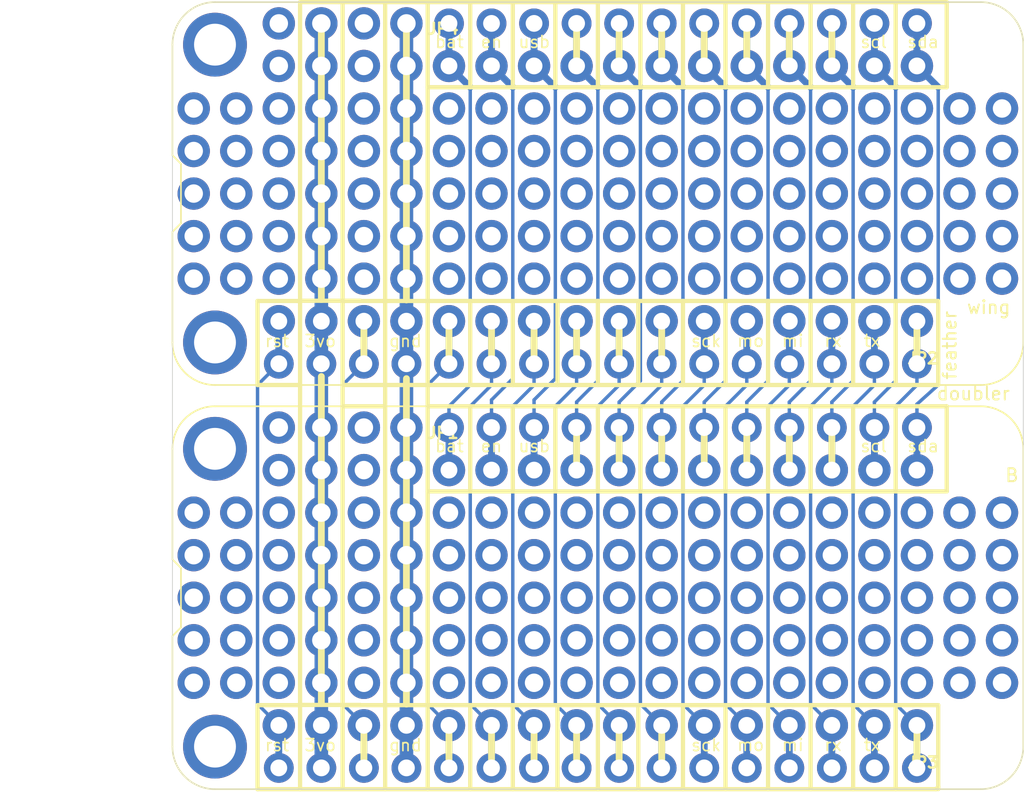
<source format=kicad_pcb>
(kicad_pcb (version 20221018) (generator pcbnew)
  (layers (0 "F.Cu" signal) (31 "B.Cu" signal) (34 "B.Paste" user) (35 "F.Paste" user) (36 "B.SilkS" user "B.Silkscreen") (37 "F.SilkS" user "F.Silkscreen") (38 "B.Mask" user) (39 "F.Mask" user) (44 "Edge.Cuts" user))
  (net 0 "")
  (net 1 "N$2")
  (net 2 "N$4")
  (net 3 "N$6")
  (net 4 "N$7")
  (net 5 "N$8")
  (net 6 "N$9")
  (net 7 "N$10")
  (net 8 "N$11")
  (net 9 "N$12")
  (net 10 "N$13")
  (net 11 "N$14")
  (net 12 "N$15")
  (net 13 "GND")
  (net 14 "N$17")
  (net 15 "3V")
  (net 16 "N$18")
  (net 17 "VBAT")
  (net 18 "N$1")
  (net 19 "USB")
  (net 20 "N$3")
  (net 21 "N$5")
  (net 22 "N$19")
  (net 23 "N$20")
  (net 24 "N$21")
  (net 25 "N$22")
  (net 26 "N$23")
  (net 27 "N$24")
  (net 28 "N$25")
  (net 29 "N$26")
  (net 30 "N$28")
  (net 31 "N$31")
  (net 32 "N$33")
  (net 33 "N$34")
  (net 34 "N$36")
  (net 35 "N$37")
  (net 36 "N$38")
  (net 37 "N$39")
  (net 38 "N$40")
  (net 39 "N$41")
  (net 40 "N$42")
  (net 41 "N$43")
  (net 42 "N$44")
  (net 43 "N$46")
  (net 44 "N$47")
  (net 45 "N$50")
  (net 46 "N$51")
  (net 47 "N$52")
  (net 48 "N$54")
  (net 49 "N$58")
  (net 50 "N$59")
  (net 51 "N$62")
  (net 52 "N$63")
  (net 53 "N$64")
  (net 54 "N$65")
  (net 55 "N$66")
  (net 56 "N$67")
  (net 57 "N$68")
  (net 58 "N$69")
  (net 59 "N$70")
  (net 60 "N$71")
  (net 61 "N$72")
  (net 62 "N$73")
  (net 63 "N$74")
  (net 64 "N$75")
  (net 65 "N$76")
  (net 66 "N$77")
  (net 67 "N$78")
  (net 68 "N$79")
  (net 69 "N$80")
  (net 70 "N$81")
  (net 71 "N$82")
  (net 72 "N$83")
  (net 73 "N$84")
  (net 74 "N$85")
  (net 75 "N$86")
  (net 76 "N$87")
  (net 77 "N$88")
  (net 78 "N$89")
  (net 79 "N$90")
  (net 80 "N$91")
  (net 81 "N$92")
  (net 82 "N$93")
  (net 83 "N$94")
  (net 84 "N$95")
  (net 85 "N$96")
  (net 86 "N$97")
  (net 87 "N$98")
  (net 88 "N$99")
  (net 89 "N$100")
  (net 90 "N$101")
  (net 91 "N$102")
  (net 92 "N$103")
  (net 93 "N$104")
  (net 94 "N$105")
  (net 95 "N$106")
  (net 96 "N$107")
  (net 97 "N$108")
  (net 98 "N$109")
  (net 99 "N$110")
  (net 100 "N$111")
  (net 101 "N$112")
  (net 102 "N$113")
  (net 103 "N$114")
  (net 104 "N$115")
  (net 105 "N$116")
  (net 106 "N$117")
  (net 107 "N$118")
  (net 108 "N$119")
  (net 109 "N$120")
  (net 110 "N$121")
  (net 111 "N$122")
  (net 112 "N$123")
  (net 113 "N$124")
  (net 114 "N$125")
  (net 115 "N$126")
  (net 116 "N$127")
  (net 117 "N$128")
  (net 118 "N$129")
  (net 119 "N$130")
  (net 120 "N$131")
  (net 121 "N$132")
  (net 122 "N$133")
  (net 123 "N$16")
  (net 124 "N$27")
  (net 125 "N$29")
  (net 126 "N$30")
  (net 127 "N$32")
  (net 128 "N$35")
  (net 129 "N$45")
  (net 130 "N$48")
  (net 131 "N$49")
  (net 132 "N$53")
  (net 133 "N$55")
  (net 134 "N$56")
  (net 135 "N$57")
  (net 136 "N$60")
  (net 137 "N$61")
  (net 138 "N$134")
  (net 139 "N$135")
  (net 140 "N$136")
  (net 141 "N$137")
  (net 142 "N$138")
  (net 143 "N$139")
  (net 144 "N$140")
  (net 145 "N$141")
  (net 146 "N$142")
  (net 147 "N$143")
  (net 148 "N$144")
  (net 149 "N$145")
  (net 150 "N$146")
  (net 151 "N$147")
  (net 152 "N$148")
  (net 153 "N$149")
  (net 154 "N$150")
  (net 155 "N$151")
  (net 156 "N$152")
  (net 157 "N$153")
  (net 158 "N$154")
  (net 159 "N$155")
  (net 160 "N$156")
  (net 161 "N$157")
  (net 162 "N$158")
  (net 163 "N$159")
  (net 164 "N$160")
  (net 165 "N$161")
  (net 166 "N$162")
  (net 167 "N$163")
  (net 168 "N$164")
  (net 169 "N$165")
  (net 170 "N$166")
  (net 171 "N$167")
  (net 172 "N$168")
  (net 173 "N$169")
  (net 174 "N$170")
  (net 175 "N$171")
  (net 176 "N$172")
  (net 177 "N$173")
  (net 178 "N$174")
  (net 179 "N$175")
  (net 180 "N$176")
  (net 181 "N$177")
  (net 182 "N$178")
  (net 183 "N$179")
  (net 184 "N$180")
  (net 185 "N$181")
  (net 186 "N$182")
  (net 187 "N$183")
  (net 188 "N$184")
  (net 189 "N$185")
  (net 190 "N$186")
  (net 191 "N$187")
  (net 192 "N$188")
  (net 193 "N$189")
  (net 194 "N$190")
  (net 195 "N$191")
  (net 196 "N$192")
  (net 197 "N$193")
  (net 198 "N$194")
  (net 199 "N$195")
  (net 200 "N$196")
  (net 201 "N$197")
  (net 202 "N$198")
  (net 203 "N$199")
  (net 204 "N$200")
  (net 205 "N$201")
  (net 206 "N$202")
  (net 207 "N$203")
  (net 208 "N$204")
  (net 209 "N$205")
  (net 210 "N$206")
  (net 211 "N$207")
  (net 212 "N$208")
  (net 213 "N$209")
  (net 214 "N$210")
  (net 215 "N$211")
  (net 216 "N$212")
  (footprint "working:FEATHERWING_DIM" (layer "F.Cu") (at 123.1011 104.3686)
    (fp_text reference "MS2" hide)
    (fp_text value "FEATHERWING_NODIM" hide)
  )
  (footprint "working:1X16_ROUND_76MIL" (layer "F.Cu") (at 148.5011 124.6886 180)
    (fp_text reference "JP3")
    (fp_text value "")
  )
  (footprint "working:1X16_ROUND_76MIL" (layer "F.Cu") (at 148.5011 100.5586 180)
    (fp_text reference "JP2")
    (fp_text value "")
  )
  (footprint "working:1X12_ROUND_76MIL" (layer "F.Cu") (at 153.5811 109.4486)
    (fp_text reference "JP1")
    (fp_text value "")
  )
  (footprint "working:FEATHERWING_DIM" (layer "F.Cu") (at 123.1011 128.4986)
    (fp_text reference "MS1" hide)
    (fp_text value "FEATHERWING_NODIM" hide)
  )
  (footprint "working:1X12_ROUND_76MIL" (layer "F.Cu") (at 153.5811 85.3186)
    (fp_text reference "JP4")
    (fp_text value "")
  )
  (gr_line (start 140.8811 81.5086) (end 140.8811 86.5886) (stroke (width 0.254)) (layer "F.SilkS"))
  (gr_line (start 147.2311 107.1626) (end 147.2311 109.1946) (stroke (width 0.4064)) (layer "F.SilkS"))
  (gr_line (start 149.7711 85.1916) (end 149.7711 83.0326) (stroke (width 0.4064)) (layer "F.SilkS"))
  (gr_line (start 168.8211 128.3716) (end 168.8211 128.4986) (stroke (width 0.254)) (layer "F.SilkS"))
  (gr_line (start 163.7411 81.5086) (end 163.7411 86.5886) (stroke (width 0.254)) (layer "F.SilkS"))
  (gr_line (start 152.3111 107.1626) (end 152.3111 109.1946) (stroke (width 0.4064)) (layer "F.SilkS"))
  (gr_line (start 166.2811 123.4821) (end 168.8211 123.4821) (stroke (width 0.254)) (layer "F.SilkS"))
  (gr_line (start 130.7211 99.3394) (end 134.3279 99.3394) (stroke (width 0.254)) (layer "F.SilkS"))
  (gr_line (start 137.0711 99.2886) (end 137.0711 82.7786) (stroke (width 0.4064)) (layer "F.SilkS"))
  (gr_line (start 147.2311 127.2286) (end 147.2311 124.9426) (stroke (width 0.4064)) (layer "F.SilkS"))
  (gr_line (start 157.3911 106.9086) (end 157.3911 109.1946) (stroke (width 0.4064)) (layer "F.SilkS"))
  (gr_line (start 143.4211 99.4791) (end 143.4211 104.3686) (stroke (width 0.254)) (layer "F.SilkS"))
  (gr_line (start 133.2611 104.3686) (end 133.2611 105.6386) (stroke (width 0.254)) (layer "F.SilkS"))
  (gr_line (start 138.3411 99.3521) (end 135.8011 99.3521) (stroke (width 0.254)) (layer "F.SilkS"))
  (gr_line (start 148.5011 99.3521) (end 148.5011 104.3686) (stroke (width 0.254)) (layer "F.SilkS"))
  (gr_line (start 153.5811 104.3686) (end 153.5811 99.3521) (stroke (width 0.254)) (layer "F.SilkS"))
  (gr_line (start 130.7211 123.4821) (end 130.7211 123.4694) (stroke (width 0.254)) (layer "F.SilkS"))
  (gr_line (start 146.0881 99.3521) (end 140.8811 99.3521) (stroke (width 0.254)) (layer "F.SilkS"))
  (gr_line (start 140.8811 105.6386) (end 140.8811 110.7186) (stroke (width 0.254)) (layer "F.SilkS"))
  (gr_line (start 130.7211 123.4694) (end 134.3279 123.4694) (stroke (width 0.254)) (layer "F.SilkS"))
  (gr_line (start 158.6611 123.4821) (end 156.1211 123.4821) (stroke (width 0.254)) (layer "F.SilkS"))
  (gr_line (start 140.8811 110.7186) (end 143.4211 110.7186) (stroke (width 0.254)) (layer "F.SilkS"))
  (gr_line (start 161.2011 110.7186) (end 163.7411 110.7186) (stroke (width 0.254)) (layer "F.SilkS"))
  (gr_line (start 128.1811 99.3521) (end 128.1811 104.3686) (stroke (width 0.254)) (layer "F.SilkS"))
  (gr_line (start 135.8011 104.3686) (end 135.8011 105.6386) (stroke (width 0.254)) (layer "F.SilkS"))
  (gr_line (start 159.9311 85.3186) (end 159.9311 83.0326) (stroke (width 0.4064)) (layer "F.SilkS"))
  (gr_line (start 133.3246 123.4821) (end 133.2611 123.5456) (stroke (width 0.254)) (layer "F.SilkS"))
  (gr_line (start 143.4211 104.3686) (end 140.8811 104.3686) (stroke (width 0.254)) (layer "F.SilkS"))
  (gr_line (start 143.4211 123.6091) (end 143.4211 128.4986) (stroke (width 0.254)) (layer "F.SilkS"))
  (gr_line (start 166.2811 99.3521) (end 168.8211 99.3521) (stroke (width 0.254)) (layer "F.SilkS"))
  (gr_line (start 140.8811 99.3521) (end 138.3411 99.3521) (stroke (width 0.254)) (layer "F.SilkS"))
  (gr_line (start 137.0711 123.4186) (end 137.0711 103.9876) (stroke (width 0.4064)) (layer "F.SilkS"))
  (gr_line (start 156.1211 123.4821) (end 153.5811 123.4821) (stroke (width 0.254)) (layer "F.SilkS"))
  (gr_line (start 130.7211 123.4821) (end 128.1811 123.4821) (stroke (width 0.254)) (layer "F.SilkS"))
  (gr_line (start 154.8511 109.1946) (end 154.8511 107.1626) (stroke (width 0.4064)) (layer "F.SilkS"))
  (gr_line (start 158.6611 104.3686) (end 156.1211 104.3686) (stroke (width 0.254)) (layer "F.SilkS"))
  (gr_line (start 131.9911 123.3932) (end 131.9911 103.8606) (stroke (width 0.4064)) (layer "F.SilkS"))
  (gr_line (start 138.3411 123.4821) (end 135.8011 123.4821) (stroke (width 0.254)) (layer "F.SilkS"))
  (gr_line (start 151.0411 110.7186) (end 156.1211 110.7186) (stroke (width 0.254)) (layer "F.SilkS"))
  (gr_line (start 148.5011 110.7186) (end 148.5011 105.6386) (stroke (width 0.254)) (layer "F.SilkS"))
  (gr_line (start 133.2611 123.5456) (end 133.2611 105.6386) (stroke (width 0.254)) (layer "F.SilkS"))
  (gr_line (start 158.6611 123.4821) (end 158.6611 128.4986) (stroke (width 0.254)) (layer "F.SilkS"))
  (gr_line (start 142.1511 100.8126) (end 142.1511 102.8446) (stroke (width 0.4064)) (layer "F.SilkS"))
  (gr_line (start 130.7211 81.5086) (end 169.3291 81.5086) (stroke (width 0.254)) (layer "F.SilkS"))
  (gr_line (start 163.7411 99.3521) (end 163.7411 104.3686) (stroke (width 0.254)) (layer "F.SilkS"))
  (gr_line (start 151.0411 81.5086) (end 151.0411 86.5886) (stroke (width 0.254)) (layer "F.SilkS"))
  (gr_line (start 158.6611 86.5886) (end 161.2011 86.5886) (stroke (width 0.254)) (layer "F.SilkS"))
  (gr_line (start 140.8811 86.5886) (end 143.4211 86.5886) (stroke (width 0.254)) (layer "F.SilkS"))
  (gr_line (start 150.9141 99.3521) (end 148.5011 99.3521) (stroke (width 0.254)) (layer "F.SilkS"))
  (gr_line (start 138.3411 123.4821) (end 138.3411 110.7186) (stroke (width 0.254)) (layer "F.SilkS"))
  (gr_line (start 138.3411 104.3686) (end 135.8011 104.3686) (stroke (width 0.254)) (layer "F.SilkS"))
  (gr_line (start 144.6911 126.9746) (end 144.6911 125.1966) (stroke (width 0.4064)) (layer "F.SilkS"))
  (gr_line (start 138.3411 110.7186) (end 138.3411 105.6386) (stroke (width 0.254)) (layer "F.SilkS"))
  (gr_line (start 158.6611 99.3521) (end 156.1211 99.3521) (stroke (width 0.254)) (layer "F.SilkS"))
  (gr_line (start 150.9141 123.4821) (end 150.9141 128.4986) (stroke (width 0.254)) (layer "F.SilkS"))
  (gr_line (start 134.5311 100.5586) (end 134.5311 102.8446) (stroke (width 0.4064)) (layer "F.SilkS"))
  (gr_line (start 143.4211 81.5086) (end 143.4211 86.5886) (stroke (width 0.254)) (layer "F.SilkS"))
  (gr_line (start 145.9611 86.5886) (end 145.9611 81.5086) (stroke (width 0.254)) (layer "F.SilkS"))
  (gr_line (start 156.1211 104.3686) (end 153.5811 104.3686) (stroke (width 0.254)) (layer "F.SilkS"))
  (gr_line (start 156.1211 104.3686) (end 156.1211 99.3521) (stroke (width 0.254)) (layer "F.SilkS"))
  (gr_line (start 140.8811 123.4821) (end 138.3411 123.4821) (stroke (width 0.254)) (layer "F.SilkS"))
  (gr_line (start 130.7211 123.4694) (end 130.7211 104.3686) (stroke (width 0.254)) (layer "F.SilkS"))
  (gr_line (start 153.5811 110.5916) (end 153.5811 105.6386) (stroke (width 0.254)) (layer "F.SilkS"))
  (gr_line (start 167.5511 102.8446) (end 167.5511 100.5586) (stroke (width 0.4064)) (layer "F.SilkS"))
  (gr_line (start 147.2311 103.0986) (end 147.2311 100.8126) (stroke (width 0.4064)) (layer "F.SilkS"))
  (gr_line (start 168.8211 99.3521) (end 168.8211 104.3686) (stroke (width 0.254)) (layer "F.SilkS"))
  (gr_line (start 166.2811 123.4821) (end 166.2811 128.4986) (stroke (width 0.254)) (layer "F.SilkS"))
  (gr_line (start 143.4211 86.5886) (end 145.9611 86.5886) (stroke (width 0.254)) (layer "F.SilkS"))
  (gr_line (start 153.5811 128.4986) (end 153.5811 123.4821) (stroke (width 0.254)) (layer "F.SilkS"))
  (gr_line (start 133.2611 104.3686) (end 135.8011 104.3686) (stroke (width 0.254)) (layer "F.SilkS"))
  (gr_line (start 148.5011 86.5886) (end 151.0411 86.5886) (stroke (width 0.254)) (layer "F.SilkS"))
  (gr_line (start 151.0411 105.6386) (end 151.0411 110.7186) (stroke (width 0.254)) (layer "F.SilkS"))
  (gr_line (start 135.8011 123.4821) (end 133.3246 123.4821) (stroke (width 0.254)) (layer "F.SilkS"))
  (gr_line (start 156.1211 99.3521) (end 153.5811 99.3521) (stroke (width 0.254)) (layer "F.SilkS"))
  (gr_line (start 148.5011 110.7186) (end 151.0411 110.7186) (stroke (width 0.254)) (layer "F.SilkS"))
  (gr_line (start 152.3111 124.6886) (end 152.3111 126.9746) (stroke (width 0.4064)) (layer "F.SilkS"))
  (gr_line (start 139.6111 102.8446) (end 139.6111 100.8126) (stroke (width 0.4064)) (layer "F.SilkS"))
  (gr_line (start 135.8011 104.3686) (end 135.8011 99.3521) (stroke (width 0.254)) (layer "F.SilkS"))
  (gr_line (start 168.8211 104.3686) (end 166.2811 104.3686) (stroke (width 0.254)) (layer "F.SilkS"))
  (gr_line (start 140.8811 104.3686) (end 138.3411 104.3686) (stroke (width 0.254)) (layer "F.SilkS"))
  (gr_line (start 138.3411 110.7186) (end 140.8811 110.7186) (stroke (width 0.254)) (layer "F.SilkS"))
  (gr_line (start 135.8011 99.3521) (end 133.3246 99.3521) (stroke (width 0.254)) (layer "F.SilkS"))
  (gr_line (start 156.1211 128.4986) (end 156.1211 123.4821) (stroke (width 0.254)) (layer "F.SilkS"))
  (gr_line (start 162.4711 106.9086) (end 162.4711 109.1946) (stroke (width 0.4064)) (layer "F.SilkS"))
  (gr_line (start 146.0881 104.3686) (end 143.4211 104.3686) (stroke (width 0.254)) (layer "F.SilkS"))
  (gr_line (start 128.1811 104.3686) (end 130.7211 104.3686) (stroke (width 0.254)) (layer "F.SilkS"))
  (gr_line (start 128.1811 123.4821) (end 128.1811 128.4986) (stroke (width 0.254)) (layer "F.SilkS"))
  (gr_line (start 148.5011 123.4821) (end 148.5011 128.4986) (stroke (width 0.254)) (layer "F.SilkS"))
  (gr_line (start 169.3291 86.5886) (end 169.3291 81.5086) (stroke (width 0.254)) (layer "F.SilkS"))
  (gr_line (start 153.5811 86.4616) (end 153.5811 81.5086) (stroke (width 0.254)) (layer "F.SilkS"))
  (gr_line (start 130.7211 104.3686) (end 130.7211 99.3521) (stroke (width 0.254)) (layer "F.SilkS"))
  (gr_line (start 163.7411 105.6386) (end 163.7411 110.7186) (stroke (width 0.254)) (layer "F.SilkS"))
  (gr_line (start 158.6611 99.3521) (end 158.6611 104.3686) (stroke (width 0.254)) (layer "F.SilkS"))
  (gr_line (start 135.8011 128.4986) (end 135.8011 123.4821) (stroke (width 0.254)) (layer "F.SilkS"))
  (gr_line (start 161.2011 99.3521) (end 163.7411 99.3521) (stroke (width 0.254)) (layer "F.SilkS"))
  (gr_line (start 133.2611 123.5456) (end 133.2611 128.4351) (stroke (width 0.254)) (layer "F.SilkS"))
  (gr_line (start 149.7711 124.6886) (end 149.7711 126.9746) (stroke (width 0.4064)) (layer "F.SilkS"))
  (gr_line (start 138.3411 105.6386) (end 138.3411 104.3686) (stroke (width 0.254)) (layer "F.SilkS"))
  (gr_line (start 138.3411 86.5886) (end 140.8811 86.5886) (stroke (width 0.254)) (layer "F.SilkS"))
  (gr_line (start 138.3411 99.3521) (end 138.3411 86.5886) (stroke (width 0.254)) (layer "F.SilkS"))
  (gr_line (start 166.2811 104.3686) (end 158.6611 104.3686) (stroke (width 0.254)) (layer "F.SilkS"))
  (gr_line (start 163.7411 99.3521) (end 166.2811 99.3521) (stroke (width 0.254)) (layer "F.SilkS"))
  (gr_line (start 138.3411 128.4986) (end 138.3411 123.4821) (stroke (width 0.254)) (layer "F.SilkS"))
  (gr_line (start 149.7711 109.3216) (end 149.7711 107.1626) (stroke (width 0.4064)) (layer "F.SilkS"))
  (gr_line (start 139.6111 126.9746) (end 139.6111 124.9426) (stroke (width 0.4064)) (layer "F.SilkS"))
  (gr_line (start 145.9611 110.7186) (end 148.5011 110.7186) (stroke (width 0.254)) (layer "F.SilkS"))
  (gr_line (start 152.3111 83.0326) (end 152.3111 85.0646) (stroke (width 0.4064)) (layer "F.SilkS"))
  (gr_line (start 133.2611 105.6386) (end 135.8011 105.6386) (stroke (width 0.254)) (layer "F.SilkS"))
  (gr_line (start 133.2611 99.2886) (end 133.2611 81.6356) (stroke (width 0.254)) (layer "F.SilkS"))
  (gr_line (start 153.5811 99.3521) (end 150.9141 99.3521) (stroke (width 0.254)) (layer "F.SilkS"))
  (gr_line (start 168.6941 128.4986) (end 168.8211 128.3716) (stroke (width 0.254)) (layer "F.SilkS"))
  (gr_line (start 156.1211 81.5086) (end 156.1211 86.5886) (stroke (width 0.254)) (layer "F.SilkS"))
  (gr_line (start 163.7411 123.4821) (end 163.7411 128.4986) (stroke (width 0.254)) (layer "F.SilkS"))
  (gr_line (start 166.2811 86.5886) (end 169.3291 86.5886) (stroke (width 0.254)) (layer "F.SilkS"))
  (gr_line (start 146.0881 128.4986) (end 146.0881 123.4821) (stroke (width 0.254)) (layer "F.SilkS"))
  (gr_line (start 169.3291 110.7186) (end 169.3291 105.6386) (stroke (width 0.254)) (layer "F.SilkS"))
  (gr_line (start 161.2011 86.5886) (end 163.7411 86.5886) (stroke (width 0.254)) (layer "F.SilkS"))
  (gr_line (start 148.5011 99.3521) (end 146.0881 99.3521) (stroke (width 0.254)) (layer "F.SilkS"))
  (gr_line (start 166.2811 81.5086) (end 166.2811 86.5886) (stroke (width 0.254)) (layer "F.SilkS"))
  (gr_line (start 149.7711 100.5586) (end 149.7711 102.8446) (stroke (width 0.4064)) (layer "F.SilkS"))
  (gr_line (start 161.2011 123.4821) (end 161.2011 128.4986) (stroke (width 0.254)) (layer "F.SilkS"))
  (gr_line (start 130.7211 128.4986) (end 130.7211 123.4821) (stroke (width 0.254)) (layer "F.SilkS"))
  (gr_line (start 130.7211 99.3521) (end 130.7211 99.3394) (stroke (width 0.254)) (layer "F.SilkS"))
  (gr_line (start 154.8511 85.0646) (end 154.8511 83.0326) (stroke (width 0.4064)) (layer "F.SilkS"))
  (gr_line (start 158.6611 110.7186) (end 161.2011 110.7186) (stroke (width 0.254)) (layer "F.SilkS"))
  (gr_line (start 166.2811 105.6386) (end 166.2811 110.7186) (stroke (width 0.254)) (layer "F.SilkS"))
  (gr_line (start 167.5511 126.9746) (end 167.5511 124.6886) (stroke (width 0.4064)) (layer "F.SilkS"))
  (gr_line (start 130.7211 99.3521) (end 128.1811 99.3521) (stroke (width 0.254)) (layer "F.SilkS"))
  (gr_line (start 161.2011 105.6386) (end 161.2011 110.7186) (stroke (width 0.254)) (layer "F.SilkS"))
  (gr_line (start 133.3246 99.3521) (end 133.2611 99.4156) (stroke (width 0.254)) (layer "F.SilkS"))
  (gr_line (start 147.2311 83.0326) (end 147.2311 85.0646) (stroke (width 0.4064)) (layer "F.SilkS"))
  (gr_line (start 163.7411 123.4821) (end 166.2811 123.4821) (stroke (width 0.254)) (layer "F.SilkS"))
  (gr_line (start 150.9141 123.4821) (end 148.5011 123.4821) (stroke (width 0.254)) (layer "F.SilkS"))
  (gr_line (start 156.1211 110.7186) (end 158.6611 110.7186) (stroke (width 0.254)) (layer "F.SilkS"))
  (gr_line (start 148.5011 123.4821) (end 146.0881 123.4821) (stroke (width 0.254)) (layer "F.SilkS"))
  (gr_line (start 138.3411 104.3686) (end 138.3411 99.3521) (stroke (width 0.254)) (layer "F.SilkS"))
  (gr_line (start 146.0881 104.3686) (end 146.0881 99.3521) (stroke (width 0.254)) (layer "F.SilkS"))
  (gr_line (start 162.4711 82.7786) (end 162.4711 85.0646) (stroke (width 0.4064)) (layer "F.SilkS"))
  (gr_line (start 159.9311 109.4486) (end 159.9311 107.1626) (stroke (width 0.4064)) (layer "F.SilkS"))
  (gr_line (start 146.0881 123.4821) (end 140.8811 123.4821) (stroke (width 0.254)) (layer "F.SilkS"))
  (gr_line (start 161.2011 99.3521) (end 161.2011 104.3686) (stroke (width 0.254)) (layer "F.SilkS"))
  (gr_line (start 156.1211 105.6386) (end 156.1211 110.7186) (stroke (width 0.254)) (layer "F.SilkS"))
  (gr_line (start 153.5811 104.3686) (end 150.9141 104.3686) (stroke (width 0.254)) (layer "F.SilkS"))
  (gr_line (start 157.3911 82.7786) (end 157.3911 85.0646) (stroke (width 0.4064)) (layer "F.SilkS"))
  (gr_line (start 163.7411 110.7186) (end 166.2811 110.7186) (stroke (width 0.254)) (layer "F.SilkS"))
  (gr_line (start 133.2611 99.4156) (end 133.2611 104.3686) (stroke (width 0.254)) (layer "F.SilkS"))
  (gr_line (start 150.9141 99.3521) (end 150.9141 104.3686) (stroke (width 0.254)) (layer "F.SilkS"))
  (gr_line (start 130.7211 99.3394) (end 130.7211 81.6356) (stroke (width 0.254)) (layer "F.SilkS"))
  (gr_line (start 138.3411 105.6386) (end 169.3291 105.6386) (stroke (width 0.254)) (layer "F.SilkS"))
  (gr_line (start 142.1511 124.9426) (end 142.1511 126.9746) (stroke (width 0.4064)) (layer "F.SilkS"))
  (gr_line (start 152.3111 100.5586) (end 152.3111 102.8446) (stroke (width 0.4064)) (layer "F.SilkS"))
  (gr_line (start 158.6611 99.3521) (end 161.2011 99.3521) (stroke (width 0.254)) (layer "F.SilkS"))
  (gr_line (start 145.9611 110.7186) (end 145.9611 105.6386) (stroke (width 0.254)) (layer "F.SilkS"))
  (gr_line (start 158.6611 105.6386) (end 158.6611 110.7186) (stroke (width 0.254)) (layer "F.SilkS"))
  (gr_line (start 161.2011 81.5086) (end 161.2011 86.5886) (stroke (width 0.254)) (layer "F.SilkS"))
  (gr_line (start 135.8011 105.6386) (end 135.8011 123.4821) (stroke (width 0.254)) (layer "F.SilkS"))
  (gr_line (start 158.6611 123.4821) (end 161.2011 123.4821) (stroke (width 0.254)) (layer "F.SilkS"))
  (gr_line (start 134.5311 124.6886) (end 134.5311 126.9746) (stroke (width 0.4064)) (layer "F.SilkS"))
  (gr_line (start 128.1811 128.4986) (end 168.6941 128.4986) (stroke (width 0.254)) (layer "F.SilkS"))
  (gr_line (start 140.8811 128.4986) (end 140.8811 123.4821) (stroke (width 0.254)) (layer "F.SilkS"))
  (gr_line (start 150.9141 104.3686) (end 148.5011 104.3686) (stroke (width 0.254)) (layer "F.SilkS"))
  (gr_line (start 158.6611 81.5086) (end 158.6611 86.5886) (stroke (width 0.254)) (layer "F.SilkS"))
  (gr_line (start 148.5011 86.5886) (end 148.5011 81.5086) (stroke (width 0.254)) (layer "F.SilkS"))
  (gr_line (start 153.5811 123.4821) (end 150.9141 123.4821) (stroke (width 0.254)) (layer "F.SilkS"))
  (gr_line (start 156.1211 86.5886) (end 158.6611 86.5886) (stroke (width 0.254)) (layer "F.SilkS"))
  (gr_line (start 166.2811 99.3521) (end 166.2811 104.3686) (stroke (width 0.254)) (layer "F.SilkS"))
  (gr_line (start 168.8211 123.4821) (end 168.8211 128.3716) (stroke (width 0.254)) (layer "F.SilkS"))
  (gr_line (start 144.6911 102.8446) (end 144.6911 101.0666) (stroke (width 0.4064)) (layer "F.SilkS"))
  (gr_line (start 135.8011 81.5721) (end 135.8011 99.3521) (stroke (width 0.254)) (layer "F.SilkS"))
  (gr_line (start 131.9911 99.2632) (end 131.9911 82.7786) (stroke (width 0.4064)) (layer "F.SilkS"))
  (gr_line (start 151.0411 86.5886) (end 156.1211 86.5886) (stroke (width 0.254)) (layer "F.SilkS"))
  (gr_line (start 143.4211 105.6386) (end 143.4211 110.7186) (stroke (width 0.254)) (layer "F.SilkS"))
  (gr_line (start 143.4211 110.7186) (end 145.9611 110.7186) (stroke (width 0.254)) (layer "F.SilkS"))
  (gr_line (start 148.5011 104.3686) (end 146.0881 104.3686) (stroke (width 0.254)) (layer "F.SilkS"))
  (gr_line (start 138.3411 86.5886) (end 138.3411 81.5086) (stroke (width 0.254)) (layer "F.SilkS"))
  (gr_line (start 163.7411 86.5886) (end 166.2811 86.5886) (stroke (width 0.254)) (layer "F.SilkS"))
  (gr_line (start 166.2811 110.7186) (end 169.3291 110.7186) (stroke (width 0.254)) (layer "F.SilkS"))
  (gr_line (start 145.9611 86.5886) (end 148.5011 86.5886) (stroke (width 0.254)) (layer "F.SilkS"))
  (gr_line (start 161.2011 123.4821) (end 163.7411 123.4821) (stroke (width 0.254)) (layer "F.SilkS"))
  (gr_line (start 140.8811 104.3686) (end 140.8811 99.3521) (stroke (width 0.254)) (layer "F.SilkS"))
  (gr_arc (start 171.3611 81.5086) (mid 173.157151 82.252549) (end 173.9011 84.0486) (stroke (width 0.05)) (layer "Edge.Cuts"))
  (gr_arc (start 125.6411 128.4986) (mid 123.845049 127.754651) (end 123.1011 125.9586) (stroke (width 0.05)) (layer "Edge.Cuts"))
  (gr_arc (start 123.1011 84.0486) (mid 123.845049 82.252549) (end 125.6411 81.5086) (stroke (width 0.05)) (layer "Edge.Cuts"))
  (gr_line (start 123.1011 125.9586) (end 123.1011 84.0486) (stroke (width 0.05)) (layer "Edge.Cuts"))
  (gr_line (start 125.6411 81.5086) (end 171.3611 81.5086) (stroke (width 0.05)) (layer "Edge.Cuts"))
  (gr_arc (start 173.9011 125.9586) (mid 173.157151 127.754651) (end 171.3611 128.4986) (stroke (width 0.05)) (layer "Edge.Cuts"))
  (gr_line (start 171.3611 128.4986) (end 125.6411 128.4986) (stroke (width 0.05)) (layer "Edge.Cuts"))
  (gr_line (start 173.9011 84.0486) (end 173.9011 125.9586) (stroke (width 0.05)) (layer "Edge.Cuts"))
  (gr_text "gnd" (at 135.9789 102.1588) (layer "F.SilkS") (effects (font (size 0.715264 0.715264) (thickness 0.097536)) (justify left bottom)))
  (gr_text "rst" (at 128.5621 102.1588) (layer "F.SilkS") (effects (font (size 0.715264 0.715264) (thickness 0.097536)) (justify left bottom)))
  (gr_text "usb" (at 143.7005 84.3026) (layer "F.SilkS") (effects (font (size 0.715264 0.715264) (thickness 0.097536)) (justify left bottom)))
  (gr_text "mo" (at 156.7561 102.1461) (layer "F.SilkS") (effects (font (size 0.715264 0.715264) (thickness 0.097536)) (justify left bottom)))
  (gr_text "mo" (at 156.7561 126.2761) (layer "F.SilkS") (effects (font (size 0.715264 0.715264) (thickness 0.097536)) (justify left bottom)))
  (gr_text "mi" (at 159.4231 126.2761) (layer "F.SilkS") (effects (font (size 0.715264 0.715264) (thickness 0.097536)) (justify left bottom)))
  (gr_text "bat" (at 138.7221 108.4326) (layer "F.SilkS") (effects (font (size 0.715264 0.715264) (thickness 0.097536)) (justify left bottom)))
  (gr_text "rx" (at 161.9631 102.1461) (layer "F.SilkS") (effects (font (size 0.715264 0.715264) (thickness 0.097536)) (justify left bottom)))
  (gr_text "3vo" (at 130.9243 126.2888) (layer "F.SilkS") (effects (font (size 0.715264 0.715264) (thickness 0.097536)) (justify left bottom)))
  (gr_text "en" (at 141.4526 84.3026) (layer "F.SilkS") (effects (font (size 0.715264 0.715264) (thickness 0.097536)) (justify left bottom)))
  (gr_text "mi" (at 159.4231 102.1461) (layer "F.SilkS") (effects (font (size 0.715264 0.715264) (thickness 0.097536)) (justify left bottom)))
  (gr_text "sda" (at 166.9161 108.4326) (layer "F.SilkS") (effects (font (size 0.715264 0.715264) (thickness 0.097536)) (justify left bottom)))
  (gr_text "doubler" (at 168.6687 105.3338) (layer "F.SilkS") (effects (font (size 0.77343 0.77343) (thickness 0.11557)) (justify left bottom)))
  (gr_text "tx" (at 164.3126 126.2761) (layer "F.SilkS") (effects (font (size 0.715264 0.715264) (thickness 0.097536)) (justify left bottom)))
  (gr_text "usb" (at 143.7005 108.4326) (layer "F.SilkS") (effects (font (size 0.715264 0.715264) (thickness 0.097536)) (justify left bottom)))
  (gr_text "scl" (at 164.1221 84.3026) (layer "F.SilkS") (effects (font (size 0.715264 0.715264) (thickness 0.097536)) (justify left bottom)))
  (gr_text "wing" (at 170.4721 100.1776) (layer "F.SilkS") (effects (font (size 0.77343 0.77343) (thickness 0.11557)) (justify left bottom)))
  (gr_text "3vo" (at 130.9243 102.1588) (layer "F.SilkS") (effects (font (size 0.715264 0.715264) (thickness 0.097536)) (justify left bottom)))
  (gr_text "sda" (at 166.9161 84.3026) (layer "F.SilkS") (effects (font (size 0.715264 0.715264) (thickness 0.097536)) (justify left bottom)))
  (gr_text "B" (at 172.7581 110.2106) (layer "F.SilkS") (effects (font (size 0.77343 0.77343) (thickness 0.11557)) (justify left bottom)))
  (gr_text "bat" (at 138.7221 84.3026) (layer "F.SilkS") (effects (font (size 0.715264 0.715264) (thickness 0.097536)) (justify left bottom)))
  (gr_text "feather" (at 169.9641 104.1146 90) (layer "F.SilkS") (effects (font (size 0.77343 0.77343) (thickness 0.11557)) (justify left bottom)))
  (gr_text "tx" (at 164.3126 102.1461) (layer "F.SilkS") (effects (font (size 0.715264 0.715264) (thickness 0.097536)) (justify left bottom)))
  (gr_text "scl" (at 164.1221 108.4326) (layer "F.SilkS") (effects (font (size 0.715264 0.715264) (thickness 0.097536)) (justify left bottom)))
  (gr_text "gnd" (at 135.9789 126.2888) (layer "F.SilkS") (effects (font (size 0.715264 0.715264) (thickness 0.097536)) (justify left bottom)))
  (gr_text "rx" (at 161.9631 126.2761) (layer "F.SilkS") (effects (font (size 0.715264 0.715264) (thickness 0.097536)) (justify left bottom)))
  (gr_text "sck" (at 154.0129 126.2888) (layer "F.SilkS") (effects (font (size 0.715264 0.715264) (thickness 0.097536)) (justify left bottom)))
  (gr_text "rst" (at 128.5621 126.2888) (layer "F.SilkS") (effects (font (size 0.715264 0.715264) (thickness 0.097536)) (justify left bottom)))
  (gr_text "en" (at 141.4526 108.4326) (layer "F.SilkS") (effects (font (size 0.715264 0.715264) (thickness 0.097536)) (justify left bottom)))
  (gr_text "sck" (at 154.0129 102.1588) (layer "F.SilkS") (effects (font (size 0.715264 0.715264) (thickness 0.097536)) (justify left bottom)))
  (segment (start 166.2811 123.4186) (end 166.2811 105.6386) (width 0.2032) (layer "B.Cu") (net 1))
  (segment (start 167.5511 100.5586) (end 167.5511 103.0986) (width 0.4064) (layer "B.Cu") (net 1))
  (segment (start 167.5511 104.3686) (end 167.5511 103.0986) (width 0.2032) (layer "B.Cu") (net 1))
  (segment (start 167.5511 124.6886) (end 167.5511 127.2286) (width 0.4064) (layer "B.Cu") (net 1))
  (segment (start 166.2811 105.6386) (end 167.5511 104.3686) (width 0.2032) (layer "B.Cu") (net 1))
  (segment (start 167.5511 124.6886) (end 166.2811 123.4186) (width 0.2032) (layer "B.Cu") (net 1))
  (segment (start 165.0111 100.5586) (end 165.0111 103.0986) (width 0.4064) (layer "B.Cu") (net 2))
  (segment (start 165.0111 124.6886) (end 163.7411 123.4186) (width 0.2032) (layer "B.Cu") (net 2))
  (segment (start 165.0111 104.3686) (end 165.0111 103.0986) (width 0.2032) (layer "B.Cu") (net 2))
  (segment (start 163.7411 105.6386) (end 165.0111 104.3686) (width 0.2032) (layer "B.Cu") (net 2))
  (segment (start 163.7411 123.4186) (end 163.7411 105.6386) (width 0.2032) (layer "B.Cu") (net 2))
  (segment (start 165.0111 127.2286) (end 165.0111 124.6886) (width 0.4064) (layer "B.Cu") (net 2))
  (segment (start 162.4711 104.3686) (end 162.4711 103.0986) (width 0.2032) (layer "B.Cu") (net 3))
  (segment (start 161.2011 123.4186) (end 161.2011 105.6386) (width 0.2032) (layer "B.Cu") (net 3))
  (segment (start 162.4711 124.6886) (end 161.2011 123.4186) (width 0.2032) (layer "B.Cu") (net 3))
  (segment (start 161.2011 105.6386) (end 162.4711 104.3686) (width 0.2032) (layer "B.Cu") (net 3))
  (segment (start 162.4711 100.5586) (end 162.4711 103.0986) (width 0.4064) (layer "B.Cu") (net 3))
  (segment (start 162.4711 124.6886) (end 162.4711 127.2286) (width 0.4064) (layer "B.Cu") (net 3))
  (segment (start 158.6611 123.4186) (end 158.6611 105.6386) (width 0.2032) (layer "B.Cu") (net 4))
  (segment (start 159.9311 104.3686) (end 159.9311 103.0986) (width 0.2032) (layer "B.Cu") (net 4))
  (segment (start 159.9311 100.5586) (end 159.9311 103.0986) (width 0.4064) (layer "B.Cu") (net 4))
  (segment (start 159.9311 124.6886) (end 158.6611 123.4186) (width 0.2032) (layer "B.Cu") (net 4))
  (segment (start 158.6611 105.6386) (end 159.9311 104.3686) (width 0.2032) (layer "B.Cu") (net 4))
  (segment (start 159.9311 124.6886) (end 159.9311 127.2286) (width 0.4064) (layer "B.Cu") (net 4))
  (segment (start 157.3911 104.3686) (end 157.3911 103.0986) (width 0.2032) (layer "B.Cu") (net 5))
  (segment (start 157.3911 127.2286) (end 157.3911 124.6886) (width 0.4064) (layer "B.Cu") (net 5))
  (segment (start 156.1211 123.4186) (end 156.1211 105.6386) (width 0.2032) (layer "B.Cu") (net 5))
  (segment (start 157.3911 100.5586) (end 157.3911 103.0986) (width 0.4064) (layer "B.Cu") (net 5))
  (segment (start 156.1211 105.6386) (end 157.3911 104.3686) (width 0.2032) (layer "B.Cu") (net 5))
  (segment (start 157.3911 124.6886) (end 156.1211 123.4186) (width 0.2032) (layer "B.Cu") (net 5))
  (segment (start 153.5811 105.6386) (end 154.8511 104.3686) (width 0.2032) (layer "B.Cu") (net 6))
  (segment (start 154.8511 124.6886) (end 153.5811 123.4186) (width 0.2032) (layer "B.Cu") (net 6))
  (segment (start 154.8511 100.5586) (end 154.8511 103.0986) (width 0.4064) (layer "B.Cu") (net 6))
  (segment (start 154.8511 124.6886) (end 154.8511 127.2286) (width 0.4064) (layer "B.Cu") (net 6))
  (segment (start 154.8511 104.3686) (end 154.8511 103.0986) (width 0.2032) (layer "B.Cu") (net 6))
  (segment (start 153.5811 123.4186) (end 153.5811 105.6386) (width 0.2032) (layer "B.Cu") (net 6))
  (segment (start 152.3111 124.6886) (end 151.0411 123.4186) (width 0.2032) (layer "B.Cu") (net 7))
  (segment (start 152.3111 104.3686) (end 152.3111 103.0986) (width 0.2032) (layer "B.Cu") (net 7))
  (segment (start 152.3111 100.5586) (end 152.3111 103.0986) (width 0.4064) (layer "B.Cu") (net 7))
  (segment (start 151.0411 123.4186) (end 151.0411 105.6386) (width 0.2032) (layer "B.Cu") (net 7))
  (segment (start 151.0411 105.6386) (end 152.3111 104.3686) (width 0.2032) (layer "B.Cu") (net 7))
  (segment (start 152.3111 127.2286) (end 152.3111 124.6886) (width 0.4064) (layer "B.Cu") (net 7))
  (segment (start 149.7711 100.5586) (end 149.7711 103.0986) (width 0.4064) (layer "B.Cu") (net 8))
  (segment (start 149.7711 124.6886) (end 148.5011 123.4186) (width 0.2032) (layer "B.Cu") (net 8))
  (segment (start 148.5011 105.6386) (end 149.7711 104.3686) (width 0.2032) (layer "B.Cu") (net 8))
  (segment (start 148.5011 123.4186) (end 148.5011 105.6386) (width 0.2032) (layer "B.Cu") (net 8))
  (segment (start 149.7711 124.6886) (end 149.7711 127.2286) (width 0.4064) (layer "B.Cu") (net 8))
  (segment (start 149.7711 104.3686) (end 149.7711 103.0986) (width 0.2032) (layer "B.Cu") (net 8))
  (segment (start 145.9611 105.6386) (end 147.2311 104.3686) (width 0.2032) (layer "B.Cu") (net 9))
  (segment (start 147.2311 100.5586) (end 147.2311 103.0986) (width 0.4064) (layer "B.Cu") (net 9))
  (segment (start 147.2311 127.2286) (end 147.2311 124.6886) (width 0.4064) (layer "B.Cu") (net 9))
  (segment (start 147.2311 104.3686) (end 147.2311 103.0986) (width 0.2032) (layer "B.Cu") (net 9))
  (segment (start 147.2311 124.6886) (end 145.9611 123.4186) (width 0.2032) (layer "B.Cu") (net 9))
  (segment (start 145.9611 123.4186) (end 145.9611 105.6386) (width 0.2032) (layer "B.Cu") (net 9))
  (segment (start 143.4211 105.6386) (end 144.6911 104.3686) (width 0.2032) (layer "B.Cu") (net 10))
  (segment (start 143.4211 123.4186) (end 143.4211 105.6386) (width 0.2032) (layer "B.Cu") (net 10))
  (segment (start 144.6911 104.3686) (end 144.6911 103.0986) (width 0.2032) (layer "B.Cu") (net 10))
  (segment (start 144.6911 100.5586) (end 144.6911 103.0986) (width 0.4064) (layer "B.Cu") (net 10))
  (segment (start 144.6911 124.6886) (end 143.4211 123.4186) (width 0.2032) (layer "B.Cu") (net 10))
  (segment (start 144.6911 124.6886) (end 144.6911 127.2286) (width 0.4064) (layer "B.Cu") (net 10))
  (segment (start 140.8811 123.4186) (end 140.8811 105.6386) (width 0.2032) (layer "B.Cu") (net 11))
  (segment (start 142.1511 100.5586) (end 142.1511 103.0986) (width 0.4064) (layer "B.Cu") (net 11))
  (segment (start 142.1511 104.3686) (end 142.1511 103.0986) (width 0.2032) (layer "B.Cu") (net 11))
  (segment (start 140.8811 105.6386) (end 142.1511 104.3686) (width 0.2032) (layer "B.Cu") (net 11))
  (segment (start 142.1511 124.6886) (end 140.8811 123.4186) (width 0.2032) (layer "B.Cu") (net 11))
  (segment (start 142.1511 127.2286) (end 142.1511 124.6886) (width 0.4064) (layer "B.Cu") (net 11))
  (segment (start 138.3411 104.3686) (end 139.6111 103.0986) (width 0.2032) (layer "B.Cu") (net 12))
  (segment (start 139.6111 100.5586) (end 139.6111 103.0986) (width 0.4064) (layer "B.Cu") (net 12))
  (segment (start 139.6111 124.6886) (end 138.3411 123.4186) (width 0.2032) (layer "B.Cu") (net 12))
  (segment (start 139.6111 124.6886) (end 139.6111 127.2286) (width 0.4064) (layer "B.Cu") (net 12))
  (segment (start 138.3411 123.4186) (end 138.3411 104.3686) (width 0.2032) (layer "B.Cu") (net 12))
  (via (at 137.0711 106.9086) (size 1.9304) (drill 1.1) (layers "F.Cu" "B.Cu") (net 13))
  (via (at 137.0711 114.5286) (size 1.9304) (drill 1.1) (layers "F.Cu" "B.Cu") (net 13))
  (via (at 137.0711 95.4786) (size 1.9304) (drill 1.1) (layers "F.Cu" "B.Cu") (net 13))
  (via (at 137.0711 82.7786) (size 1.9304) (drill 1.1) (layers "F.Cu" "B.Cu") (net 13))
  (via (at 137.0711 117.0686) (size 1.9304) (drill 1.1) (layers "F.Cu" "B.Cu") (net 13))
  (via (at 137.0711 85.3186) (size 1.9304) (drill 1.1) (layers "F.Cu" "B.Cu") (net 13))
  (via (at 137.0711 90.3986) (size 1.9304) (drill 1.1) (layers "F.Cu" "B.Cu") (net 13))
  (via (at 137.0711 119.6086) (size 1.9304) (drill 1.1) (layers "F.Cu" "B.Cu") (net 13))
  (via (at 137.0711 109.4486) (size 1.9304) (drill 1.1) (layers "F.Cu" "B.Cu") (net 13))
  (via (at 137.0711 122.1486) (size 1.9304) (drill 1.1) (layers "F.Cu" "B.Cu") (net 13))
  (via (at 137.0711 92.9386) (size 1.9304) (drill 1.1) (layers "F.Cu" "B.Cu") (net 13))
  (via (at 137.0711 111.9886) (size 1.9304) (drill 1.1) (layers "F.Cu" "B.Cu") (net 13))
  (via (at 137.0711 98.0186) (size 1.9304) (drill 1.1) (layers "F.Cu" "B.Cu") (net 13))
  (via (at 137.0711 87.8586) (size 1.9304) (drill 1.1) (layers "F.Cu" "B.Cu") (net 13))
  (segment (start 137.0711 95.4786) (end 137.0711 92.9386) (width 0.8128) (layer "B.Cu") (net 13))
  (segment (start 137.0711 100.5586) (end 137.0711 98.0186) (width 0.8128) (layer "B.Cu") (net 13))
  (segment (start 137.0711 109.4486) (end 137.0711 106.9086) (width 0.8128) (layer "B.Cu") (net 13))
  (segment (start 137.0711 119.6086) (end 137.0711 117.0686) (width 0.8128) (layer "B.Cu") (net 13))
  (segment (start 137.0711 98.0186) (end 137.0711 95.4786) (width 0.8128) (layer "B.Cu") (net 13))
  (segment (start 137.0711 106.9086) (end 137.0711 103.0986) (width 0.8128) (layer "B.Cu") (net 13))
  (segment (start 137.0711 111.9886) (end 137.0711 109.4486) (width 0.8128) (layer "B.Cu") (net 13))
  (segment (start 137.0711 103.0986) (end 137.0711 100.5586) (width 0.8128) (layer "B.Cu") (net 13))
  (segment (start 137.0711 87.8586) (end 137.0711 85.3186) (width 0.8128) (layer "B.Cu") (net 13))
  (segment (start 137.0711 117.0686) (end 137.0711 114.5286) (width 0.8128) (layer "B.Cu") (net 13))
  (segment (start 137.0711 127.2286) (end 137.0711 124.6886) (width 0.8128) (layer "B.Cu") (net 13))
  (segment (start 137.0711 90.3986) (end 137.0711 87.8586) (width 0.8128) (layer "B.Cu") (net 13))
  (segment (start 137.0711 124.6886) (end 137.0711 122.1486) (width 0.8128) (layer "B.Cu") (net 13))
  (segment (start 137.0711 85.3186) (end 137.0711 82.7786) (width 0.8128) (layer "B.Cu") (net 13))
  (segment (start 137.0711 122.1486) (end 137.0711 119.6086) (width 0.8128) (layer "B.Cu") (net 13))
  (segment (start 137.0711 114.5286) (end 137.0711 111.9886) (width 0.8128) (layer "B.Cu") (net 13))
  (segment (start 137.0711 92.9386) (end 137.0711 90.3986) (width 0.8128) (layer "B.Cu") (net 13))
  (segment (start 134.5311 124.6886) (end 134.5311 127.2286) (width 0.4064) (layer "B.Cu") (net 14))
  (segment (start 134.5311 100.5586) (end 134.5311 103.0986) (width 0.4064) (layer "B.Cu") (net 14))
  (segment (start 133.2611 104.3686) (end 134.5311 103.0986) (width 0.2032) (layer "B.Cu") (net 14))
  (segment (start 133.2611 123.4186) (end 133.2611 104.3686) (width 0.2032) (layer "B.Cu") (net 14))
  (segment (start 134.5311 124.6886) (end 133.2611 123.4186) (width 0.2032) (layer "B.Cu") (net 14))
  (via (at 131.9911 106.9086) (size 1.9304) (drill 1.1) (layers "F.Cu" "B.Cu") (net 15))
  (via (at 131.9911 92.9386) (size 1.9304) (drill 1.1) (layers "F.Cu" "B.Cu") (net 15))
  (via (at 131.9911 109.4486) (size 1.9304) (drill 1.1) (layers "F.Cu" "B.Cu") (net 15))
  (via (at 131.9911 122.1486) (size 1.9304) (drill 1.1) (layers "F.Cu" "B.Cu") (net 15))
  (via (at 131.9911 98.0186) (size 1.9304) (drill 1.1) (layers "F.Cu" "B.Cu") (net 15))
  (via (at 131.9911 117.0686) (size 1.9304) (drill 1.1) (layers "F.Cu" "B.Cu") (net 15))
  (via (at 131.9911 87.8586) (size 1.9304) (drill 1.1) (layers "F.Cu" "B.Cu") (net 15))
  (via (at 131.9911 90.3986) (size 1.9304) (drill 1.1) (layers "F.Cu" "B.Cu") (net 15))
  (via (at 131.9911 85.3186) (size 1.9304) (drill 1.1) (layers "F.Cu" "B.Cu") (net 15))
  (via (at 131.9911 82.7786) (size 1.9304) (drill 1.1) (layers "F.Cu" "B.Cu") (net 15))
  (via (at 131.9911 95.4786) (size 1.9304) (drill 1.1) (layers "F.Cu" "B.Cu") (net 15))
  (via (at 131.9911 114.5286) (size 1.9304) (drill 1.1) (layers "F.Cu" "B.Cu") (net 15))
  (via (at 131.9911 111.9886) (size 1.9304) (drill 1.1) (layers "F.Cu" "B.Cu") (net 15))
  (via (at 131.9911 119.6086) (size 1.9304) (drill 1.1) (layers "F.Cu" "B.Cu") (net 15))
  (segment (start 131.9911 90.3986) (end 131.9911 87.8586) (width 0.8128) (layer "B.Cu") (net 15))
  (segment (start 131.9911 100.5586) (end 131.9911 103.0986) (width 0.8128) (layer "B.Cu") (net 15))
  (segment (start 131.9911 98.0186) (end 131.9911 95.4786) (width 0.8128) (layer "B.Cu") (net 15))
  (segment (start 131.9911 100.5586) (end 131.9911 98.0186) (width 0.8128) (layer "B.Cu") (net 15))
  (segment (start 131.9911 114.5286) (end 131.9911 111.9886) (width 0.8128) (layer "B.Cu") (net 15))
  (segment (start 131.9911 92.9386) (end 131.9911 90.3986) (width 0.8128) (layer "B.Cu") (net 15))
  (segment (start 131.9911 117.0686) (end 131.9911 114.5286) (width 0.8128) (layer "B.Cu") (net 15))
  (segment (start 131.9911 124.6886) (end 131.9911 122.1486) (width 0.8128) (layer "B.Cu") (net 15))
  (segment (start 131.9911 95.4786) (end 131.9911 92.9386) (width 0.8128) (layer "B.Cu") (net 15))
  (segment (start 131.9911 119.6086) (end 131.9911 117.0686) (width 0.8128) (layer "B.Cu") (net 15))
  (segment (start 131.9911 124.6886) (end 131.9911 127.2286) (width 0.8128) (layer "B.Cu") (net 15))
  (segment (start 131.9911 111.9886) (end 131.9911 109.4486) (width 0.8128) (layer "B.Cu") (net 15))
  (segment (start 131.9911 109.4486) (end 131.9911 106.9086) (width 0.8128) (layer "B.Cu") (net 15))
  (segment (start 131.9911 106.9086) (end 131.9911 103.0986) (width 0.8128) (layer "B.Cu") (net 15))
  (segment (start 131.9911 85.3186) (end 131.9911 82.7786) (width 0.8128) (layer "B.Cu") (net 15))
  (segment (start 131.9911 122.1486) (end 131.9911 119.6086) (width 0.8128) (layer "B.Cu") (net 15))
  (segment (start 131.9911 87.8586) (end 131.9911 85.3186) (width 0.8128) (layer "B.Cu") (net 15))
  (segment (start 128.1811 104.3686) (end 129.4511 103.0986) (width 0.2032) (layer "B.Cu") (net 16))
  (segment (start 128.1811 123.4186) (end 128.1811 104.3686) (width 0.2032) (layer "B.Cu") (net 16))
  (segment (start 129.4511 127.2286) (end 129.4511 124.6886) (width 0.4064) (layer "B.Cu") (net 16))
  (segment (start 129.4511 100.5586) (end 129.4511 103.0986) (width 0.4064) (layer "B.Cu") (net 16))
  (segment (start 129.4511 124.6886) (end 128.1811 123.4186) (width 0.2032) (layer "B.Cu") (net 16))
  (segment (start 139.6111 85.3186) (end 139.6111 82.7786) (width 0.4064) (layer "B.Cu") (net 17))
  (segment (start 139.6111 106.9086) (end 139.6111 109.4486) (width 0.4064) (layer "B.Cu") (net 17))
  (segment (start 140.8811 104.3686) (end 140.8811 86.5886) (width 0.2032) (layer "B.Cu") (net 17))
  (segment (start 140.8811 86.5886) (end 139.6111 85.3186) (width 0.4064) (layer "B.Cu") (net 17))
  (segment (start 140.8811 104.3686) (end 139.6111 105.6386) (width 0.2032) (layer "B.Cu") (net 17))
  (segment (start 139.6111 105.6386) (end 139.6111 106.9086) (width 0.2032) (layer "B.Cu") (net 17))
  (segment (start 142.1511 82.7786) (end 142.1511 85.3186) (width 0.4064) (layer "B.Cu") (net 18))
  (segment (start 143.4211 103.9876) (end 142.1511 105.2576) (width 0.2032) (layer "B.Cu") (net 18))
  (segment (start 142.1511 105.2576) (end 142.1511 106.9086) (width 0.2032) (layer "B.Cu") (net 18))
  (segment (start 143.4211 86.5886) (end 142.1511 85.3186) (width 0.4064) (layer "B.Cu") (net 18))
  (segment (start 142.1511 109.4486) (end 142.1511 106.9086) (width 0.4064) (layer "B.Cu") (net 18))
  (segment (start 143.4211 103.9876) (end 143.4211 86.5886) (width 0.2032) (layer "B.Cu") (net 18))
  (segment (start 144.6911 105.2576) (end 145.9611 103.9876) (width 0.2032) (layer "B.Cu") (net 19))
  (segment (start 144.6911 82.7786) (end 144.6911 85.3186) (width 0.4064) (layer "B.Cu") (net 19))
  (segment (start 145.9611 103.9876) (end 145.9611 86.5886) (width 0.2032) (layer "B.Cu") (net 19))
  (segment (start 144.6911 106.9086) (end 144.6911 109.4486) (width 0.4064) (layer "B.Cu") (net 19))
  (segment (start 144.6911 106.9086) (end 144.6911 105.2576) (width 0.2032) (layer "B.Cu") (net 19))
  (segment (start 145.9611 86.5886) (end 144.6911 85.3186) (width 0.4064) (layer "B.Cu") (net 19))
  (segment (start 147.2311 109.4486) (end 147.2311 106.9086) (width 0.4064) (layer "B.Cu") (net 20))
  (segment (start 147.2311 106.9086) (end 147.2311 105.3846) (width 0.2032) (layer "B.Cu") (net 20))
  (segment (start 147.2311 82.7786) (end 147.2311 85.3186) (width 0.4064) (layer "B.Cu") (net 20))
  (segment (start 148.5011 86.5886) (end 147.2311 85.3186) (width 0.4064) (layer "B.Cu") (net 20))
  (segment (start 148.5011 104.1146) (end 148.5011 86.5886) (width 0.2032) (layer "B.Cu") (net 20))
  (segment (start 147.2311 105.3846) (end 148.5011 104.1146) (width 0.2032) (layer "B.Cu") (net 20))
  (segment (start 149.7711 106.9086) (end 149.7711 109.4486) (width 0.4064) (layer "B.Cu") (net 21))
  (segment (start 149.7711 105.3846) (end 151.0411 104.1146) (width 0.2032) (layer "B.Cu") (net 21))
  (segment (start 149.7711 106.9086) (end 149.7711 105.3846) (width 0.2032) (layer "B.Cu") (net 21))
  (segment (start 149.7711 82.7786) (end 149.7711 85.3186) (width 0.4064) (layer "B.Cu") (net 21))
  (segment (start 151.0411 86.5886) (end 149.7711 85.3186) (width 0.4064) (layer "B.Cu") (net 21))
  (segment (start 151.0411 104.1146) (end 151.0411 86.5886) (width 0.2032) (layer "B.Cu") (net 21))
  (segment (start 152.3111 109.4486) (end 152.3111 106.9086) (width 0.4064) (layer "B.Cu") (net 22))
  (segment (start 152.3111 82.7786) (end 152.3111 85.3186) (width 0.4064) (layer "B.Cu") (net 22))
  (segment (start 153.5811 104.1146) (end 152.3111 105.3846) (width 0.2032) (layer "B.Cu") (net 22))
  (segment (start 152.3111 105.3846) (end 152.3111 106.9086) (width 0.2032) (layer "B.Cu") (net 22))
  (segment (start 153.5811 86.5886) (end 152.3111 85.3186) (width 0.4064) (layer "B.Cu") (net 22))
  (segment (start 153.5811 104.1146) (end 153.5811 86.5886) (width 0.2032) (layer "B.Cu") (net 22))
  (segment (start 154.8511 105.3846) (end 156.1211 104.1146) (width 0.2032) (layer "B.Cu") (net 23))
  (segment (start 156.1211 86.5886) (end 154.8511 85.3186) (width 0.4064) (layer "B.Cu") (net 23))
  (segment (start 156.1211 104.1146) (end 156.1211 86.5886) (width 0.2032) (layer "B.Cu") (net 23))
  (segment (start 154.8511 106.9086) (end 154.8511 105.3846) (width 0.2032) (layer "B.Cu") (net 23))
  (segment (start 154.8511 82.7786) (end 154.8511 85.3186) (width 0.4064) (layer "B.Cu") (net 23))
  (segment (start 154.8511 106.9086) (end 154.8511 109.4486) (width 0.4064) (layer "B.Cu") (net 23))
  (segment (start 157.3911 82.7786) (end 157.3911 85.3186) (width 0.4064) (layer "B.Cu") (net 24))
  (segment (start 157.3911 109.4486) (end 157.3911 106.9086) (width 0.4064) (layer "B.Cu") (net 24))
  (segment (start 158.6611 104.1146) (end 157.3911 105.3846) (width 0.2032) (layer "B.Cu") (net 24))
  (segment (start 158.6611 86.5886) (end 157.3911 85.3186) (width 0.4064) (layer "B.Cu") (net 24))
  (segment (start 157.3911 105.3846) (end 157.3911 106.9086) (width 0.2032) (layer "B.Cu") (net 24))
  (segment (start 158.6611 104.1146) (end 158.6611 86.5886) (width 0.2032) (layer "B.Cu") (net 24))
  (segment (start 159.9311 82.7786) (end 159.9311 85.3186) (width 0.4064) (layer "B.Cu") (net 25))
  (segment (start 161.2011 104.1146) (end 161.2011 86.5886) (width 0.2032) (layer "B.Cu") (net 25))
  (segment (start 159.9311 106.9086) (end 159.9311 105.3846) (width 0.2032) (layer "B.Cu") (net 25))
  (segment (start 159.9311 106.9086) (end 159.9311 109.4486) (width 0.4064) (layer "B.Cu") (net 25))
  (segment (start 161.2011 86.5886) (end 159.9311 85.3186) (width 0.4064) (layer "B.Cu") (net 25))
  (segment (start 159.9311 105.3846) (end 161.2011 104.1146) (width 0.2032) (layer "B.Cu") (net 25))
  (segment (start 162.4711 82.7786) (end 162.4711 85.3186) (width 0.4064) (layer "B.Cu") (net 26))
  (segment (start 163.7411 104.1146) (end 163.7411 86.5886) (width 0.2032) (layer "B.Cu") (net 26))
  (segment (start 162.4711 107.4166) (end 162.4711 106.9086) (width 0.2032) (layer "B.Cu") (net 26))
  (segment (start 162.4711 109.4486) (end 162.4711 107.4166) (width 0.4064) (layer "B.Cu") (net 26))
  (segment (start 163.7411 104.1146) (end 162.4711 105.3846) (width 0.2032) (layer "B.Cu") (net 26))
  (segment (start 163.7411 86.5886) (end 162.4711 85.3186) (width 0.4064) (layer "B.Cu") (net 26))
  (segment (start 162.4711 105.3846) (end 162.4711 106.9086) (width 0.2032) (layer "B.Cu") (net 26))
  (segment (start 165.0111 82.7786) (end 165.0111 85.3186) (width 0.4064) (layer "B.Cu") (net 27))
  (segment (start 166.2811 86.5886) (end 165.0111 85.3186) (width 0.4064) (layer "B.Cu") (net 27))
  (segment (start 166.2811 104.1146) (end 165.0111 105.3846) (width 0.2032) (layer "B.Cu") (net 27))
  (segment (start 165.0111 106.9086) (end 165.0111 109.4486) (width 0.4064) (layer "B.Cu") (net 27))
  (segment (start 165.0111 105.3846) (end 165.0111 106.9086) (width 0.2032) (layer "B.Cu") (net 27))
  (segment (start 166.2811 104.1146) (end 166.2811 86.5886) (width 0.2032) (layer "B.Cu") (net 27))
  (segment (start 168.8211 86.5886) (end 167.5511 85.3186) (width 0.4064) (layer "B.Cu") (net 28))
  (segment (start 167.5511 106.9086) (end 167.5511 105.5116) (width 0.2032) (layer "B.Cu") (net 28))
  (segment (start 167.5511 105.5116) (end 168.8211 104.3686) (width 0.2032) (layer "B.Cu") (net 28))
  (segment (start 168.8211 104.3686) (end 168.8211 86.5886) (width 0.2032) (layer "B.Cu") (net 28))
  (segment (start 167.5511 82.7786) (end 167.5511 85.3186) (width 0.4064) (layer "B.Cu") (net 28))
  (segment (start 167.5511 106.9086) (end 167.5511 109.4486) (width 0.4064) (layer "B.Cu") (net 28))
  (via (at 129.4511 122.1486) (size 1.9304) (drill 1.1) (layers "F.Cu" "B.Cu") (net 29))
  (via (at 134.5311 122.1486) (size 1.9304) (drill 1.1) (layers "F.Cu" "B.Cu") (net 30))
  (via (at 134.5311 119.6086) (size 1.9304) (drill 1.1) (layers "F.Cu" "B.Cu") (net 31))
  (via (at 129.4511 119.6086) (size 1.9304) (drill 1.1) (layers "F.Cu" "B.Cu") (net 32))
  (via (at 129.4511 117.0686) (size 1.9304) (drill 1.1) (layers "F.Cu" "B.Cu") (net 33))
  (via (at 126.9111 122.1486) (size 1.9304) (drill 1.1) (layers "F.Cu" "B.Cu") (net 34))
  (via (at 124.3711 122.1486) (size 1.9304) (drill 1.1) (layers "F.Cu" "B.Cu") (net 35))
  (via (at 124.3711 119.6086) (size 1.9304) (drill 1.1) (layers "F.Cu" "B.Cu") (net 36))
  (via (at 126.9111 119.6086) (size 1.9304) (drill 1.1) (layers "F.Cu" "B.Cu") (net 37))
  (via (at 126.9111 117.0686) (size 1.9304) (drill 1.1) (layers "F.Cu" "B.Cu") (net 38))
  (via (at 124.3711 117.0686) (size 1.9304) (drill 1.1) (layers "F.Cu" "B.Cu") (net 39))
  (via (at 124.3711 114.5286) (size 1.9304) (drill 1.1) (layers "F.Cu" "B.Cu") (net 40))
  (via (at 126.9111 114.5286) (size 1.9304) (drill 1.1) (layers "F.Cu" "B.Cu") (net 41))
  (via (at 129.4511 114.5286) (size 1.9304) (drill 1.1) (layers "F.Cu" "B.Cu") (net 42))
  (via (at 134.5311 114.5286) (size 1.9304) (drill 1.1) (layers "F.Cu" "B.Cu") (net 43))
  (via (at 134.5311 117.0686) (size 1.9304) (drill 1.1) (layers "F.Cu" "B.Cu") (net 44))
  (via (at 124.3711 111.9886) (size 1.9304) (drill 1.1) (layers "F.Cu" "B.Cu") (net 45))
  (via (at 126.9111 111.9886) (size 1.9304) (drill 1.1) (layers "F.Cu" "B.Cu") (net 46))
  (via (at 129.4511 111.9886) (size 1.9304) (drill 1.1) (layers "F.Cu" "B.Cu") (net 47))
  (via (at 134.5311 111.9886) (size 1.9304) (drill 1.1) (layers "F.Cu" "B.Cu") (net 48))
  (via (at 134.5311 106.9086) (size 1.9304) (drill 1.1) (layers "F.Cu" "B.Cu") (net 49))
  (via (at 134.5311 109.4486) (size 1.9304) (drill 1.1) (layers "F.Cu" "B.Cu") (net 50))
  (via (at 129.4511 106.9086) (size 1.9304) (drill 1.1) (layers "F.Cu" "B.Cu") (net 51))
  (via (at 129.4511 109.4486) (size 1.9304) (drill 1.1) (layers "F.Cu" "B.Cu") (net 52))
  (via (at 139.6111 122.1486) (size 1.9304) (drill 1.1) (layers "F.Cu" "B.Cu") (net 53))
  (via (at 139.6111 119.6086) (size 1.9304) (drill 1.1) (layers "F.Cu" "B.Cu") (net 54))
  (via (at 139.6111 117.0686) (size 1.9304) (drill 1.1) (layers "F.Cu" "B.Cu") (net 55))
  (via (at 139.6111 114.5286) (size 1.9304) (drill 1.1) (layers "F.Cu" "B.Cu") (net 56))
  (via (at 139.6111 111.9886) (size 1.9304) (drill 1.1) (layers "F.Cu" "B.Cu") (net 57))
  (via (at 142.1511 111.9886) (size 1.9304) (drill 1.1) (layers "F.Cu" "B.Cu") (net 58))
  (via (at 142.1511 114.5286) (size 1.9304) (drill 1.1) (layers "F.Cu" "B.Cu") (net 59))
  (via (at 142.1511 117.0686) (size 1.9304) (drill 1.1) (layers "F.Cu" "B.Cu") (net 60))
  (via (at 142.1511 119.6086) (size 1.9304) (drill 1.1) (layers "F.Cu" "B.Cu") (net 61))
  (via (at 142.1511 122.1486) (size 1.9304) (drill 1.1) (layers "F.Cu" "B.Cu") (net 62))
  (via (at 144.6911 122.1486) (size 1.9304) (drill 1.1) (layers "F.Cu" "B.Cu") (net 63))
  (via (at 144.6911 119.6086) (size 1.9304) (drill 1.1) (layers "F.Cu" "B.Cu") (net 64))
  (via (at 144.6911 117.0686) (size 1.9304) (drill 1.1) (layers "F.Cu" "B.Cu") (net 65))
  (via (at 144.6911 114.5286) (size 1.9304) (drill 1.1) (layers "F.Cu" "B.Cu") (net 66))
  (via (at 144.6911 111.9886) (size 1.9304) (drill 1.1) (layers "F.Cu" "B.Cu") (net 67))
  (via (at 147.2311 111.9886) (size 1.9304) (drill 1.1) (layers "F.Cu" "B.Cu") (net 68))
  (via (at 147.2311 114.5286) (size 1.9304) (drill 1.1) (layers "F.Cu" "B.Cu") (net 69))
  (via (at 147.2311 117.0686) (size 1.9304) (drill 1.1) (layers "F.Cu" "B.Cu") (net 70))
  (via (at 147.2311 119.6086) (size 1.9304) (drill 1.1) (layers "F.Cu" "B.Cu") (net 71))
  (via (at 147.2311 122.1486) (size 1.9304) (drill 1.1) (layers "F.Cu" "B.Cu") (net 72))
  (via (at 149.7711 122.1486) (size 1.9304) (drill 1.1) (layers "F.Cu" "B.Cu") (net 73))
  (via (at 149.7711 119.6086) (size 1.9304) (drill 1.1) (layers "F.Cu" "B.Cu") (net 74))
  (via (at 149.7711 117.0686) (size 1.9304) (drill 1.1) (layers "F.Cu" "B.Cu") (net 75))
  (via (at 149.7711 114.5286) (size 1.9304) (drill 1.1) (layers "F.Cu" "B.Cu") (net 76))
  (via (at 149.7711 111.9886) (size 1.9304) (drill 1.1) (layers "F.Cu" "B.Cu") (net 77))
  (via (at 152.3111 111.9886) (size 1.9304) (drill 1.1) (layers "F.Cu" "B.Cu") (net 78))
  (via (at 152.3111 114.5286) (size 1.9304) (drill 1.1) (layers "F.Cu" "B.Cu") (net 79))
  (via (at 152.3111 117.0686) (size 1.9304) (drill 1.1) (layers "F.Cu" "B.Cu") (net 80))
  (via (at 152.3111 119.6086) (size 1.9304) (drill 1.1) (layers "F.Cu" "B.Cu") (net 81))
  (via (at 152.3111 122.1486) (size 1.9304) (drill 1.1) (layers "F.Cu" "B.Cu") (net 82))
  (via (at 154.8511 122.1486) (size 1.9304) (drill 1.1) (layers "F.Cu" "B.Cu") (net 83))
  (via (at 157.3911 122.1486) (size 1.9304) (drill 1.1) (layers "F.Cu" "B.Cu") (net 84))
  (via (at 159.9311 122.1486) (size 1.9304) (drill 1.1) (layers "F.Cu" "B.Cu") (net 85))
  (via (at 162.4711 122.1486) (size 1.9304) (drill 1.1) (layers "F.Cu" "B.Cu") (net 86))
  (via (at 165.0111 122.1486) (size 1.9304) (drill 1.1) (layers "F.Cu" "B.Cu") (net 87))
  (via (at 165.0111 119.6086) (size 1.9304) (drill 1.1) (layers "F.Cu" "B.Cu") (net 88))
  (via (at 165.0111 117.0686) (size 1.9304) (drill 1.1) (layers "F.Cu" "B.Cu") (net 89))
  (via (at 165.0111 114.5286) (size 1.9304) (drill 1.1) (layers "F.Cu" "B.Cu") (net 90))
  (via (at 165.0111 111.9886) (size 1.9304) (drill 1.1) (layers "F.Cu" "B.Cu") (net 91))
  (via (at 162.4711 111.9886) (size 1.9304) (drill 1.1) (layers "F.Cu" "B.Cu") (net 92))
  (via (at 162.4711 114.5286) (size 1.9304) (drill 1.1) (layers "F.Cu" "B.Cu") (net 93))
  (via (at 162.4711 117.0686) (size 1.9304) (drill 1.1) (layers "F.Cu" "B.Cu") (net 94))
  (via (at 162.4711 119.6086) (size 1.9304) (drill 1.1) (layers "F.Cu" "B.Cu") (net 95))
  (via (at 159.9311 119.6086) (size 1.9304) (drill 1.1) (layers "F.Cu" "B.Cu") (net 96))
  (via (at 159.9311 117.0686) (size 1.9304) (drill 1.1) (layers "F.Cu" "B.Cu") (net 97))
  (via (at 159.9311 114.5286) (size 1.9304) (drill 1.1) (layers "F.Cu" "B.Cu") (net 98))
  (via (at 159.9311 111.9886) (size 1.9304) (drill 1.1) (layers "F.Cu" "B.Cu") (net 99))
  (via (at 157.3911 111.9886) (size 1.9304) (drill 1.1) (layers "F.Cu" "B.Cu") (net 100))
  (via (at 157.3911 114.5286) (size 1.9304) (drill 1.1) (layers "F.Cu" "B.Cu") (net 101))
  (via (at 157.3911 117.0686) (size 1.9304) (drill 1.1) (layers "F.Cu" "B.Cu") (net 102))
  (via (at 157.3911 119.6086) (size 1.9304) (drill 1.1) (layers "F.Cu" "B.Cu") (net 103))
  (via (at 154.8511 119.6086) (size 1.9304) (drill 1.1) (layers "F.Cu" "B.Cu") (net 104))
  (via (at 154.8511 117.0686) (size 1.9304) (drill 1.1) (layers "F.Cu" "B.Cu") (net 105))
  (via (at 154.8511 114.5286) (size 1.9304) (drill 1.1) (layers "F.Cu" "B.Cu") (net 106))
  (via (at 154.8511 111.9886) (size 1.9304) (drill 1.1) (layers "F.Cu" "B.Cu") (net 107))
  (via (at 167.5511 111.9886) (size 1.9304) (drill 1.1) (layers "F.Cu" "B.Cu") (net 108))
  (via (at 167.5511 114.5286) (size 1.9304) (drill 1.1) (layers "F.Cu" "B.Cu") (net 109))
  (via (at 167.5511 117.0686) (size 1.9304) (drill 1.1) (layers "F.Cu" "B.Cu") (net 110))
  (via (at 167.5511 119.6086) (size 1.9304) (drill 1.1) (layers "F.Cu" "B.Cu") (net 111))
  (via (at 167.5511 122.1486) (size 1.9304) (drill 1.1) (layers "F.Cu" "B.Cu") (net 112))
  (via (at 170.0911 122.1486) (size 1.9304) (drill 1.1) (layers "F.Cu" "B.Cu") (net 113))
  (via (at 172.6311 122.1486) (size 1.9304) (drill 1.1) (layers "F.Cu" "B.Cu") (net 114))
  (via (at 172.6311 119.6086) (size 1.9304) (drill 1.1) (layers "F.Cu" "B.Cu") (net 115))
  (via (at 170.0911 119.6086) (size 1.9304) (drill 1.1) (layers "F.Cu" "B.Cu") (net 116))
  (via (at 170.0911 117.0686) (size 1.9304) (drill 1.1) (layers "F.Cu" "B.Cu") (net 117))
  (via (at 172.6311 117.0686) (size 1.9304) (drill 1.1) (layers "F.Cu" "B.Cu") (net 118))
  (via (at 172.6311 114.5286) (size 1.9304) (drill 1.1) (layers "F.Cu" "B.Cu") (net 119))
  (via (at 170.0911 114.5286) (size 1.9304) (drill 1.1) (layers "F.Cu" "B.Cu") (net 120))
  (via (at 170.0911 111.9886) (size 1.9304) (drill 1.1) (layers "F.Cu" "B.Cu") (net 121))
  (via (at 172.6311 111.9886) (size 1.9304) (drill 1.1) (layers "F.Cu" "B.Cu") (net 122))
  (via (at 167.5511 98.0186) (size 1.9304) (drill 1.1) (layers "F.Cu" "B.Cu") (net 123))
  (via (at 167.5511 95.4786) (size 1.9304) (drill 1.1) (layers "F.Cu" "B.Cu") (net 124))
  (via (at 167.5511 92.9386) (size 1.9304) (drill 1.1) (layers "F.Cu" "B.Cu") (net 125))
  (via (at 167.5511 90.3986) (size 1.9304) (drill 1.1) (layers "F.Cu" "B.Cu") (net 126))
  (via (at 167.5511 87.8586) (size 1.9304) (drill 1.1) (layers "F.Cu" "B.Cu") (net 127))
  (via (at 165.0111 87.8586) (size 1.9304) (drill 1.1) (layers "F.Cu" "B.Cu") (net 128))
  (via (at 165.0111 90.3986) (size 1.9304) (drill 1.1) (layers "F.Cu" "B.Cu") (net 129))
  (via (at 165.0111 92.9386) (size 1.9304) (drill 1.1) (layers "F.Cu" "B.Cu") (net 130))
  (via (at 165.0111 95.4786) (size 1.9304) (drill 1.1) (layers "F.Cu" "B.Cu") (net 131))
  (via (at 165.0111 98.0186) (size 1.9304) (drill 1.1) (layers "F.Cu" "B.Cu") (net 132))
  (via (at 170.0911 98.0186) (size 1.9304) (drill 1.1) (layers "F.Cu" "B.Cu") (net 133))
  (via (at 170.0911 95.4786) (size 1.9304) (drill 1.1) (layers "F.Cu" "B.Cu") (net 134))
  (via (at 170.0911 92.9386) (size 1.9304) (drill 1.1) (layers "F.Cu" "B.Cu") (net 135))
  (via (at 170.0911 90.3986) (size 1.9304) (drill 1.1) (layers "F.Cu" "B.Cu") (net 136))
  (via (at 170.0911 87.8586) (size 1.9304) (drill 1.1) (layers "F.Cu" "B.Cu") (net 137))
  (via (at 172.6311 87.8586) (size 1.9304) (drill 1.1) (layers "F.Cu" "B.Cu") (net 138))
  (via (at 172.6311 90.3986) (size 1.9304) (drill 1.1) (layers "F.Cu" "B.Cu") (net 139))
  (via (at 172.6311 92.9386) (size 1.9304) (drill 1.1) (layers "F.Cu" "B.Cu") (net 140))
  (via (at 172.6311 95.4786) (size 1.9304) (drill 1.1) (layers "F.Cu" "B.Cu") (net 141))
  (via (at 172.6311 98.0186) (size 1.9304) (drill 1.1) (layers "F.Cu" "B.Cu") (net 142))
  (via (at 162.4711 98.0186) (size 1.9304) (drill 1.1) (layers "F.Cu" "B.Cu") (net 143))
  (via (at 162.4711 95.4786) (size 1.9304) (drill 1.1) (layers "F.Cu" "B.Cu") (net 144))
  (via (at 162.4711 92.9386) (size 1.9304) (drill 1.1) (layers "F.Cu" "B.Cu") (net 145))
  (via (at 162.4711 90.3986) (size 1.9304) (drill 1.1) (layers "F.Cu" "B.Cu") (net 146))
  (via (at 162.4711 87.8586) (size 1.9304) (drill 1.1) (layers "F.Cu" "B.Cu") (net 147))
  (via (at 159.9311 87.8586) (size 1.9304) (drill 1.1) (layers "F.Cu" "B.Cu") (net 148))
  (via (at 159.9311 90.3986) (size 1.9304) (drill 1.1) (layers "F.Cu" "B.Cu") (net 149))
  (via (at 159.9311 92.9386) (size 1.9304) (drill 1.1) (layers "F.Cu" "B.Cu") (net 150))
  (via (at 159.9311 95.4786) (size 1.9304) (drill 1.1) (layers "F.Cu" "B.Cu") (net 151))
  (via (at 159.9311 98.0186) (size 1.9304) (drill 1.1) (layers "F.Cu" "B.Cu") (net 152))
  (via (at 157.3911 98.0186) (size 1.9304) (drill 1.1) (layers "F.Cu" "B.Cu") (net 153))
  (via (at 157.3911 95.4786) (size 1.9304) (drill 1.1) (layers "F.Cu" "B.Cu") (net 154))
  (via (at 157.3911 92.9386) (size 1.9304) (drill 1.1) (layers "F.Cu" "B.Cu") (net 155))
  (via (at 157.3911 90.3986) (size 1.9304) (drill 1.1) (layers "F.Cu" "B.Cu") (net 156))
  (via (at 157.3911 87.8586) (size 1.9304) (drill 1.1) (layers "F.Cu" "B.Cu") (net 157))
  (via (at 154.8511 87.8586) (size 1.9304) (drill 1.1) (layers "F.Cu" "B.Cu") (net 158))
  (via (at 154.8511 90.3986) (size 1.9304) (drill 1.1) (layers "F.Cu" "B.Cu") (net 159))
  (via (at 154.8511 92.9386) (size 1.9304) (drill 1.1) (layers "F.Cu" "B.Cu") (net 160))
  (via (at 154.8511 95.4786) (size 1.9304) (drill 1.1) (layers "F.Cu" "B.Cu") (net 161))
  (via (at 154.8511 98.0186) (size 1.9304) (drill 1.1) (layers "F.Cu" "B.Cu") (net 162))
  (via (at 152.3111 98.0186) (size 1.9304) (drill 1.1) (layers "F.Cu" "B.Cu") (net 163))
  (via (at 152.3111 95.4786) (size 1.9304) (drill 1.1) (layers "F.Cu" "B.Cu") (net 164))
  (via (at 152.3111 92.9386) (size 1.9304) (drill 1.1) (layers "F.Cu" "B.Cu") (net 165))
  (via (at 152.3111 90.3986) (size 1.9304) (drill 1.1) (layers "F.Cu" "B.Cu") (net 166))
  (via (at 152.3111 87.8586) (size 1.9304) (drill 1.1) (layers "F.Cu" "B.Cu") (net 167))
  (via (at 149.7711 87.8586) (size 1.9304) (drill 1.1) (layers "F.Cu" "B.Cu") (net 168))
  (via (at 149.7711 90.3986) (size 1.9304) (drill 1.1) (layers "F.Cu" "B.Cu") (net 169))
  (via (at 149.7711 92.9386) (size 1.9304) (drill 1.1) (layers "F.Cu" "B.Cu") (net 170))
  (via (at 149.7711 95.4786) (size 1.9304) (drill 1.1) (layers "F.Cu" "B.Cu") (net 171))
  (via (at 149.7711 98.0186) (size 1.9304) (drill 1.1) (layers "F.Cu" "B.Cu") (net 172))
  (via (at 147.2311 98.0186) (size 1.9304) (drill 1.1) (layers "F.Cu" "B.Cu") (net 173))
  (via (at 147.2311 95.4786) (size 1.9304) (drill 1.1) (layers "F.Cu" "B.Cu") (net 174))
  (via (at 147.2311 92.9386) (size 1.9304) (drill 1.1) (layers "F.Cu" "B.Cu") (net 175))
  (via (at 147.2311 90.3986) (size 1.9304) (drill 1.1) (layers "F.Cu" "B.Cu") (net 176))
  (via (at 147.2311 87.8586) (size 1.9304) (drill 1.1) (layers "F.Cu" "B.Cu") (net 177))
  (via (at 144.6911 87.8586) (size 1.9304) (drill 1.1) (layers "F.Cu" "B.Cu") (net 178))
  (via (at 144.6911 90.3986) (size 1.9304) (drill 1.1) (layers "F.Cu" "B.Cu") (net 179))
  (via (at 144.6911 92.9386) (size 1.9304) (drill 1.1) (layers "F.Cu" "B.Cu") (net 180))
  (via (at 144.6911 95.4786) (size 1.9304) (drill 1.1) (layers "F.Cu" "B.Cu") (net 181))
  (via (at 144.6911 98.0186) (size 1.9304) (drill 1.1) (layers "F.Cu" "B.Cu") (net 182))
  (via (at 142.1511 98.0186) (size 1.9304) (drill 1.1) (layers "F.Cu" "B.Cu") (net 183))
  (via (at 142.1511 95.4786) (size 1.9304) (drill 1.1) (layers "F.Cu" "B.Cu") (net 184))
  (via (at 142.1511 92.9386) (size 1.9304) (drill 1.1) (layers "F.Cu" "B.Cu") (net 185))
  (via (at 142.1511 90.3986) (size 1.9304) (drill 1.1) (layers "F.Cu" "B.Cu") (net 186))
  (via (at 142.1511 87.8586) (size 1.9304) (drill 1.1) (layers "F.Cu" "B.Cu") (net 187))
  (via (at 139.6111 87.8586) (size 1.9304) (drill 1.1) (layers "F.Cu" "B.Cu") (net 188))
  (via (at 139.6111 90.3986) (size 1.9304) (drill 1.1) (layers "F.Cu" "B.Cu") (net 189))
  (via (at 139.6111 92.9386) (size 1.9304) (drill 1.1) (layers "F.Cu" "B.Cu") (net 190))
  (via (at 139.6111 95.4786) (size 1.9304) (drill 1.1) (layers "F.Cu" "B.Cu") (net 191))
  (via (at 139.6111 98.0186) (size 1.9304) (drill 1.1) (layers "F.Cu" "B.Cu") (net 192))
  (via (at 134.5311 98.0186) (size 1.9304) (drill 1.1) (layers "F.Cu" "B.Cu") (net 193))
  (via (at 134.5311 95.4786) (size 1.9304) (drill 1.1) (layers "F.Cu" "B.Cu") (net 194))
  (via (at 134.5311 92.9386) (size 1.9304) (drill 1.1) (layers "F.Cu" "B.Cu") (net 195))
  (via (at 134.5311 90.3986) (size 1.9304) (drill 1.1) (layers "F.Cu" "B.Cu") (net 196))
  (via (at 134.5311 87.8586) (size 1.9304) (drill 1.1) (layers "F.Cu" "B.Cu") (net 197))
  (via (at 134.5311 85.3186) (size 1.9304) (drill 1.1) (layers "F.Cu" "B.Cu") (net 198))
  (via (at 134.5311 82.7786) (size 1.9304) (drill 1.1) (layers "F.Cu" "B.Cu") (net 199))
  (via (at 129.4511 98.0186) (size 1.9304) (drill 1.1) (layers "F.Cu" "B.Cu") (net 200))
  (via (at 129.4511 95.4786) (size 1.9304) (drill 1.1) (layers "F.Cu" "B.Cu") (net 201))
  (via (at 129.4511 92.9386) (size 1.9304) (drill 1.1) (layers "F.Cu" "B.Cu") (net 202))
  (via (at 129.4511 90.3986) (size 1.9304) (drill 1.1) (layers "F.Cu" "B.Cu") (net 203))
  (via (at 129.4511 87.8586) (size 1.9304) (drill 1.1) (layers "F.Cu" "B.Cu") (net 204))
  (via (at 129.4511 85.3186) (size 1.9304) (drill 1.1) (layers "F.Cu" "B.Cu") (net 205))
  (via (at 129.4511 82.7786) (size 1.9304) (drill 1.1) (layers "F.Cu" "B.Cu") (net 206))
  (via (at 126.9111 87.8586) (size 1.9304) (drill 1.1) (layers "F.Cu" "B.Cu") (net 207))
  (via (at 124.3711 87.8586) (size 1.9304) (drill 1.1) (layers "F.Cu" "B.Cu") (net 208))
  (via (at 124.3711 90.3986) (size 1.9304) (drill 1.1) (layers "F.Cu" "B.Cu") (net 209))
  (via (at 126.9111 90.3986) (size 1.9304) (drill 1.1) (layers "F.Cu" "B.Cu") (net 210))
  (via (at 126.9111 92.9386) (size 1.9304) (drill 1.1) (layers "F.Cu" "B.Cu") (net 211))
  (via (at 124.3711 92.9386) (size 1.9304) (drill 1.1) (layers "F.Cu" "B.Cu") (net 212))
  (via (at 124.3711 95.4786) (size 1.9304) (drill 1.1) (layers "F.Cu" "B.Cu") (net 213))
  (via (at 126.9111 95.4786) (size 1.9304) (drill 1.1) (layers "F.Cu" "B.Cu") (net 214))
  (via (at 126.9111 98.0186) (size 1.9304) (drill 1.1) (layers "F.Cu" "B.Cu") (net 215))
  (via (at 124.3711 98.0186) (size 1.9304) (drill 1.1) (layers "F.Cu" "B.Cu") (net 216))
)
</source>
